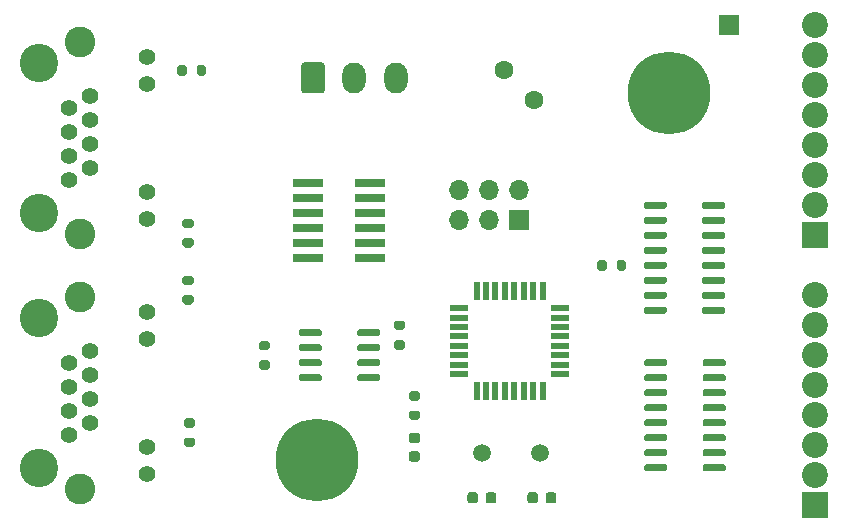
<source format=gts>
G04 #@! TF.GenerationSoftware,KiCad,Pcbnew,(5.1.9)-1*
G04 #@! TF.CreationDate,2021-06-09T23:14:14+02:00*
G04 #@! TF.ProjectId,decoder,6465636f-6465-4722-9e6b-696361645f70,rev?*
G04 #@! TF.SameCoordinates,Original*
G04 #@! TF.FileFunction,Soldermask,Top*
G04 #@! TF.FilePolarity,Negative*
%FSLAX46Y46*%
G04 Gerber Fmt 4.6, Leading zero omitted, Abs format (unit mm)*
G04 Created by KiCad (PCBNEW (5.1.9)-1) date 2021-06-09 23:14:14*
%MOMM*%
%LPD*%
G01*
G04 APERTURE LIST*
%ADD10R,1.700000X1.700000*%
%ADD11C,2.200000*%
%ADD12R,2.200000X2.200000*%
%ADD13C,1.400000*%
%ADD14C,2.600000*%
%ADD15C,3.250000*%
%ADD16O,1.700000X1.700000*%
%ADD17C,1.600000*%
%ADD18R,1.600000X0.550000*%
%ADD19R,0.550000X1.600000*%
%ADD20R,2.650000X0.760000*%
%ADD21O,2.000000X2.600000*%
%ADD22C,0.800000*%
%ADD23C,7.000000*%
%ADD24C,1.500000*%
G04 APERTURE END LIST*
D10*
X159385000Y-70485000D03*
D11*
X166624000Y-70485000D03*
X166624000Y-73025000D03*
X166624000Y-75565000D03*
X166624000Y-78105000D03*
X166624000Y-80645000D03*
X166624000Y-83185000D03*
X166624000Y-85725000D03*
D12*
X166624000Y-88265000D03*
D11*
X166624000Y-93345000D03*
X166624000Y-95885000D03*
X166624000Y-98425000D03*
X166624000Y-100965000D03*
X166624000Y-103505000D03*
X166624000Y-106045000D03*
X166624000Y-108585000D03*
D12*
X166624000Y-111125000D03*
G36*
G01*
X154075000Y-94465000D02*
X154075000Y-94765000D01*
G75*
G02*
X153925000Y-94915000I-150000J0D01*
G01*
X152275000Y-94915000D01*
G75*
G02*
X152125000Y-94765000I0J150000D01*
G01*
X152125000Y-94465000D01*
G75*
G02*
X152275000Y-94315000I150000J0D01*
G01*
X153925000Y-94315000D01*
G75*
G02*
X154075000Y-94465000I0J-150000D01*
G01*
G37*
G36*
G01*
X154075000Y-93195000D02*
X154075000Y-93495000D01*
G75*
G02*
X153925000Y-93645000I-150000J0D01*
G01*
X152275000Y-93645000D01*
G75*
G02*
X152125000Y-93495000I0J150000D01*
G01*
X152125000Y-93195000D01*
G75*
G02*
X152275000Y-93045000I150000J0D01*
G01*
X153925000Y-93045000D01*
G75*
G02*
X154075000Y-93195000I0J-150000D01*
G01*
G37*
G36*
G01*
X154075000Y-91925000D02*
X154075000Y-92225000D01*
G75*
G02*
X153925000Y-92375000I-150000J0D01*
G01*
X152275000Y-92375000D01*
G75*
G02*
X152125000Y-92225000I0J150000D01*
G01*
X152125000Y-91925000D01*
G75*
G02*
X152275000Y-91775000I150000J0D01*
G01*
X153925000Y-91775000D01*
G75*
G02*
X154075000Y-91925000I0J-150000D01*
G01*
G37*
G36*
G01*
X154075000Y-90655000D02*
X154075000Y-90955000D01*
G75*
G02*
X153925000Y-91105000I-150000J0D01*
G01*
X152275000Y-91105000D01*
G75*
G02*
X152125000Y-90955000I0J150000D01*
G01*
X152125000Y-90655000D01*
G75*
G02*
X152275000Y-90505000I150000J0D01*
G01*
X153925000Y-90505000D01*
G75*
G02*
X154075000Y-90655000I0J-150000D01*
G01*
G37*
G36*
G01*
X154075000Y-89385000D02*
X154075000Y-89685000D01*
G75*
G02*
X153925000Y-89835000I-150000J0D01*
G01*
X152275000Y-89835000D01*
G75*
G02*
X152125000Y-89685000I0J150000D01*
G01*
X152125000Y-89385000D01*
G75*
G02*
X152275000Y-89235000I150000J0D01*
G01*
X153925000Y-89235000D01*
G75*
G02*
X154075000Y-89385000I0J-150000D01*
G01*
G37*
G36*
G01*
X154075000Y-88115000D02*
X154075000Y-88415000D01*
G75*
G02*
X153925000Y-88565000I-150000J0D01*
G01*
X152275000Y-88565000D01*
G75*
G02*
X152125000Y-88415000I0J150000D01*
G01*
X152125000Y-88115000D01*
G75*
G02*
X152275000Y-87965000I150000J0D01*
G01*
X153925000Y-87965000D01*
G75*
G02*
X154075000Y-88115000I0J-150000D01*
G01*
G37*
G36*
G01*
X154075000Y-86845000D02*
X154075000Y-87145000D01*
G75*
G02*
X153925000Y-87295000I-150000J0D01*
G01*
X152275000Y-87295000D01*
G75*
G02*
X152125000Y-87145000I0J150000D01*
G01*
X152125000Y-86845000D01*
G75*
G02*
X152275000Y-86695000I150000J0D01*
G01*
X153925000Y-86695000D01*
G75*
G02*
X154075000Y-86845000I0J-150000D01*
G01*
G37*
G36*
G01*
X154075000Y-85575000D02*
X154075000Y-85875000D01*
G75*
G02*
X153925000Y-86025000I-150000J0D01*
G01*
X152275000Y-86025000D01*
G75*
G02*
X152125000Y-85875000I0J150000D01*
G01*
X152125000Y-85575000D01*
G75*
G02*
X152275000Y-85425000I150000J0D01*
G01*
X153925000Y-85425000D01*
G75*
G02*
X154075000Y-85575000I0J-150000D01*
G01*
G37*
G36*
G01*
X159025000Y-85575000D02*
X159025000Y-85875000D01*
G75*
G02*
X158875000Y-86025000I-150000J0D01*
G01*
X157225000Y-86025000D01*
G75*
G02*
X157075000Y-85875000I0J150000D01*
G01*
X157075000Y-85575000D01*
G75*
G02*
X157225000Y-85425000I150000J0D01*
G01*
X158875000Y-85425000D01*
G75*
G02*
X159025000Y-85575000I0J-150000D01*
G01*
G37*
G36*
G01*
X159025000Y-86845000D02*
X159025000Y-87145000D01*
G75*
G02*
X158875000Y-87295000I-150000J0D01*
G01*
X157225000Y-87295000D01*
G75*
G02*
X157075000Y-87145000I0J150000D01*
G01*
X157075000Y-86845000D01*
G75*
G02*
X157225000Y-86695000I150000J0D01*
G01*
X158875000Y-86695000D01*
G75*
G02*
X159025000Y-86845000I0J-150000D01*
G01*
G37*
G36*
G01*
X159025000Y-88115000D02*
X159025000Y-88415000D01*
G75*
G02*
X158875000Y-88565000I-150000J0D01*
G01*
X157225000Y-88565000D01*
G75*
G02*
X157075000Y-88415000I0J150000D01*
G01*
X157075000Y-88115000D01*
G75*
G02*
X157225000Y-87965000I150000J0D01*
G01*
X158875000Y-87965000D01*
G75*
G02*
X159025000Y-88115000I0J-150000D01*
G01*
G37*
G36*
G01*
X159025000Y-89385000D02*
X159025000Y-89685000D01*
G75*
G02*
X158875000Y-89835000I-150000J0D01*
G01*
X157225000Y-89835000D01*
G75*
G02*
X157075000Y-89685000I0J150000D01*
G01*
X157075000Y-89385000D01*
G75*
G02*
X157225000Y-89235000I150000J0D01*
G01*
X158875000Y-89235000D01*
G75*
G02*
X159025000Y-89385000I0J-150000D01*
G01*
G37*
G36*
G01*
X159025000Y-90655000D02*
X159025000Y-90955000D01*
G75*
G02*
X158875000Y-91105000I-150000J0D01*
G01*
X157225000Y-91105000D01*
G75*
G02*
X157075000Y-90955000I0J150000D01*
G01*
X157075000Y-90655000D01*
G75*
G02*
X157225000Y-90505000I150000J0D01*
G01*
X158875000Y-90505000D01*
G75*
G02*
X159025000Y-90655000I0J-150000D01*
G01*
G37*
G36*
G01*
X159025000Y-91925000D02*
X159025000Y-92225000D01*
G75*
G02*
X158875000Y-92375000I-150000J0D01*
G01*
X157225000Y-92375000D01*
G75*
G02*
X157075000Y-92225000I0J150000D01*
G01*
X157075000Y-91925000D01*
G75*
G02*
X157225000Y-91775000I150000J0D01*
G01*
X158875000Y-91775000D01*
G75*
G02*
X159025000Y-91925000I0J-150000D01*
G01*
G37*
G36*
G01*
X159025000Y-93195000D02*
X159025000Y-93495000D01*
G75*
G02*
X158875000Y-93645000I-150000J0D01*
G01*
X157225000Y-93645000D01*
G75*
G02*
X157075000Y-93495000I0J150000D01*
G01*
X157075000Y-93195000D01*
G75*
G02*
X157225000Y-93045000I150000J0D01*
G01*
X158875000Y-93045000D01*
G75*
G02*
X159025000Y-93195000I0J-150000D01*
G01*
G37*
G36*
G01*
X159025000Y-94465000D02*
X159025000Y-94765000D01*
G75*
G02*
X158875000Y-94915000I-150000J0D01*
G01*
X157225000Y-94915000D01*
G75*
G02*
X157075000Y-94765000I0J150000D01*
G01*
X157075000Y-94465000D01*
G75*
G02*
X157225000Y-94315000I150000J0D01*
G01*
X158875000Y-94315000D01*
G75*
G02*
X159025000Y-94465000I0J-150000D01*
G01*
G37*
G36*
G01*
X124865000Y-100180000D02*
X124865000Y-100480000D01*
G75*
G02*
X124715000Y-100630000I-150000J0D01*
G01*
X123065000Y-100630000D01*
G75*
G02*
X122915000Y-100480000I0J150000D01*
G01*
X122915000Y-100180000D01*
G75*
G02*
X123065000Y-100030000I150000J0D01*
G01*
X124715000Y-100030000D01*
G75*
G02*
X124865000Y-100180000I0J-150000D01*
G01*
G37*
G36*
G01*
X124865000Y-98910000D02*
X124865000Y-99210000D01*
G75*
G02*
X124715000Y-99360000I-150000J0D01*
G01*
X123065000Y-99360000D01*
G75*
G02*
X122915000Y-99210000I0J150000D01*
G01*
X122915000Y-98910000D01*
G75*
G02*
X123065000Y-98760000I150000J0D01*
G01*
X124715000Y-98760000D01*
G75*
G02*
X124865000Y-98910000I0J-150000D01*
G01*
G37*
G36*
G01*
X124865000Y-97640000D02*
X124865000Y-97940000D01*
G75*
G02*
X124715000Y-98090000I-150000J0D01*
G01*
X123065000Y-98090000D01*
G75*
G02*
X122915000Y-97940000I0J150000D01*
G01*
X122915000Y-97640000D01*
G75*
G02*
X123065000Y-97490000I150000J0D01*
G01*
X124715000Y-97490000D01*
G75*
G02*
X124865000Y-97640000I0J-150000D01*
G01*
G37*
G36*
G01*
X124865000Y-96370000D02*
X124865000Y-96670000D01*
G75*
G02*
X124715000Y-96820000I-150000J0D01*
G01*
X123065000Y-96820000D01*
G75*
G02*
X122915000Y-96670000I0J150000D01*
G01*
X122915000Y-96370000D01*
G75*
G02*
X123065000Y-96220000I150000J0D01*
G01*
X124715000Y-96220000D01*
G75*
G02*
X124865000Y-96370000I0J-150000D01*
G01*
G37*
G36*
G01*
X129815000Y-96370000D02*
X129815000Y-96670000D01*
G75*
G02*
X129665000Y-96820000I-150000J0D01*
G01*
X128015000Y-96820000D01*
G75*
G02*
X127865000Y-96670000I0J150000D01*
G01*
X127865000Y-96370000D01*
G75*
G02*
X128015000Y-96220000I150000J0D01*
G01*
X129665000Y-96220000D01*
G75*
G02*
X129815000Y-96370000I0J-150000D01*
G01*
G37*
G36*
G01*
X129815000Y-97640000D02*
X129815000Y-97940000D01*
G75*
G02*
X129665000Y-98090000I-150000J0D01*
G01*
X128015000Y-98090000D01*
G75*
G02*
X127865000Y-97940000I0J150000D01*
G01*
X127865000Y-97640000D01*
G75*
G02*
X128015000Y-97490000I150000J0D01*
G01*
X129665000Y-97490000D01*
G75*
G02*
X129815000Y-97640000I0J-150000D01*
G01*
G37*
G36*
G01*
X129815000Y-98910000D02*
X129815000Y-99210000D01*
G75*
G02*
X129665000Y-99360000I-150000J0D01*
G01*
X128015000Y-99360000D01*
G75*
G02*
X127865000Y-99210000I0J150000D01*
G01*
X127865000Y-98910000D01*
G75*
G02*
X128015000Y-98760000I150000J0D01*
G01*
X129665000Y-98760000D01*
G75*
G02*
X129815000Y-98910000I0J-150000D01*
G01*
G37*
G36*
G01*
X129815000Y-100180000D02*
X129815000Y-100480000D01*
G75*
G02*
X129665000Y-100630000I-150000J0D01*
G01*
X128015000Y-100630000D01*
G75*
G02*
X127865000Y-100480000I0J150000D01*
G01*
X127865000Y-100180000D01*
G75*
G02*
X128015000Y-100030000I150000J0D01*
G01*
X129665000Y-100030000D01*
G75*
G02*
X129815000Y-100180000I0J-150000D01*
G01*
G37*
G36*
G01*
X154110000Y-107800000D02*
X154110000Y-108100000D01*
G75*
G02*
X153960000Y-108250000I-150000J0D01*
G01*
X152310000Y-108250000D01*
G75*
G02*
X152160000Y-108100000I0J150000D01*
G01*
X152160000Y-107800000D01*
G75*
G02*
X152310000Y-107650000I150000J0D01*
G01*
X153960000Y-107650000D01*
G75*
G02*
X154110000Y-107800000I0J-150000D01*
G01*
G37*
G36*
G01*
X154110000Y-106530000D02*
X154110000Y-106830000D01*
G75*
G02*
X153960000Y-106980000I-150000J0D01*
G01*
X152310000Y-106980000D01*
G75*
G02*
X152160000Y-106830000I0J150000D01*
G01*
X152160000Y-106530000D01*
G75*
G02*
X152310000Y-106380000I150000J0D01*
G01*
X153960000Y-106380000D01*
G75*
G02*
X154110000Y-106530000I0J-150000D01*
G01*
G37*
G36*
G01*
X154110000Y-105260000D02*
X154110000Y-105560000D01*
G75*
G02*
X153960000Y-105710000I-150000J0D01*
G01*
X152310000Y-105710000D01*
G75*
G02*
X152160000Y-105560000I0J150000D01*
G01*
X152160000Y-105260000D01*
G75*
G02*
X152310000Y-105110000I150000J0D01*
G01*
X153960000Y-105110000D01*
G75*
G02*
X154110000Y-105260000I0J-150000D01*
G01*
G37*
G36*
G01*
X154110000Y-103990000D02*
X154110000Y-104290000D01*
G75*
G02*
X153960000Y-104440000I-150000J0D01*
G01*
X152310000Y-104440000D01*
G75*
G02*
X152160000Y-104290000I0J150000D01*
G01*
X152160000Y-103990000D01*
G75*
G02*
X152310000Y-103840000I150000J0D01*
G01*
X153960000Y-103840000D01*
G75*
G02*
X154110000Y-103990000I0J-150000D01*
G01*
G37*
G36*
G01*
X154110000Y-102720000D02*
X154110000Y-103020000D01*
G75*
G02*
X153960000Y-103170000I-150000J0D01*
G01*
X152310000Y-103170000D01*
G75*
G02*
X152160000Y-103020000I0J150000D01*
G01*
X152160000Y-102720000D01*
G75*
G02*
X152310000Y-102570000I150000J0D01*
G01*
X153960000Y-102570000D01*
G75*
G02*
X154110000Y-102720000I0J-150000D01*
G01*
G37*
G36*
G01*
X154110000Y-101450000D02*
X154110000Y-101750000D01*
G75*
G02*
X153960000Y-101900000I-150000J0D01*
G01*
X152310000Y-101900000D01*
G75*
G02*
X152160000Y-101750000I0J150000D01*
G01*
X152160000Y-101450000D01*
G75*
G02*
X152310000Y-101300000I150000J0D01*
G01*
X153960000Y-101300000D01*
G75*
G02*
X154110000Y-101450000I0J-150000D01*
G01*
G37*
G36*
G01*
X154110000Y-100180000D02*
X154110000Y-100480000D01*
G75*
G02*
X153960000Y-100630000I-150000J0D01*
G01*
X152310000Y-100630000D01*
G75*
G02*
X152160000Y-100480000I0J150000D01*
G01*
X152160000Y-100180000D01*
G75*
G02*
X152310000Y-100030000I150000J0D01*
G01*
X153960000Y-100030000D01*
G75*
G02*
X154110000Y-100180000I0J-150000D01*
G01*
G37*
G36*
G01*
X154110000Y-98910000D02*
X154110000Y-99210000D01*
G75*
G02*
X153960000Y-99360000I-150000J0D01*
G01*
X152310000Y-99360000D01*
G75*
G02*
X152160000Y-99210000I0J150000D01*
G01*
X152160000Y-98910000D01*
G75*
G02*
X152310000Y-98760000I150000J0D01*
G01*
X153960000Y-98760000D01*
G75*
G02*
X154110000Y-98910000I0J-150000D01*
G01*
G37*
G36*
G01*
X159060000Y-98910000D02*
X159060000Y-99210000D01*
G75*
G02*
X158910000Y-99360000I-150000J0D01*
G01*
X157260000Y-99360000D01*
G75*
G02*
X157110000Y-99210000I0J150000D01*
G01*
X157110000Y-98910000D01*
G75*
G02*
X157260000Y-98760000I150000J0D01*
G01*
X158910000Y-98760000D01*
G75*
G02*
X159060000Y-98910000I0J-150000D01*
G01*
G37*
G36*
G01*
X159060000Y-100180000D02*
X159060000Y-100480000D01*
G75*
G02*
X158910000Y-100630000I-150000J0D01*
G01*
X157260000Y-100630000D01*
G75*
G02*
X157110000Y-100480000I0J150000D01*
G01*
X157110000Y-100180000D01*
G75*
G02*
X157260000Y-100030000I150000J0D01*
G01*
X158910000Y-100030000D01*
G75*
G02*
X159060000Y-100180000I0J-150000D01*
G01*
G37*
G36*
G01*
X159060000Y-101450000D02*
X159060000Y-101750000D01*
G75*
G02*
X158910000Y-101900000I-150000J0D01*
G01*
X157260000Y-101900000D01*
G75*
G02*
X157110000Y-101750000I0J150000D01*
G01*
X157110000Y-101450000D01*
G75*
G02*
X157260000Y-101300000I150000J0D01*
G01*
X158910000Y-101300000D01*
G75*
G02*
X159060000Y-101450000I0J-150000D01*
G01*
G37*
G36*
G01*
X159060000Y-102720000D02*
X159060000Y-103020000D01*
G75*
G02*
X158910000Y-103170000I-150000J0D01*
G01*
X157260000Y-103170000D01*
G75*
G02*
X157110000Y-103020000I0J150000D01*
G01*
X157110000Y-102720000D01*
G75*
G02*
X157260000Y-102570000I150000J0D01*
G01*
X158910000Y-102570000D01*
G75*
G02*
X159060000Y-102720000I0J-150000D01*
G01*
G37*
G36*
G01*
X159060000Y-103990000D02*
X159060000Y-104290000D01*
G75*
G02*
X158910000Y-104440000I-150000J0D01*
G01*
X157260000Y-104440000D01*
G75*
G02*
X157110000Y-104290000I0J150000D01*
G01*
X157110000Y-103990000D01*
G75*
G02*
X157260000Y-103840000I150000J0D01*
G01*
X158910000Y-103840000D01*
G75*
G02*
X159060000Y-103990000I0J-150000D01*
G01*
G37*
G36*
G01*
X159060000Y-105260000D02*
X159060000Y-105560000D01*
G75*
G02*
X158910000Y-105710000I-150000J0D01*
G01*
X157260000Y-105710000D01*
G75*
G02*
X157110000Y-105560000I0J150000D01*
G01*
X157110000Y-105260000D01*
G75*
G02*
X157260000Y-105110000I150000J0D01*
G01*
X158910000Y-105110000D01*
G75*
G02*
X159060000Y-105260000I0J-150000D01*
G01*
G37*
G36*
G01*
X159060000Y-106530000D02*
X159060000Y-106830000D01*
G75*
G02*
X158910000Y-106980000I-150000J0D01*
G01*
X157260000Y-106980000D01*
G75*
G02*
X157110000Y-106830000I0J150000D01*
G01*
X157110000Y-106530000D01*
G75*
G02*
X157260000Y-106380000I150000J0D01*
G01*
X158910000Y-106380000D01*
G75*
G02*
X159060000Y-106530000I0J-150000D01*
G01*
G37*
G36*
G01*
X159060000Y-107800000D02*
X159060000Y-108100000D01*
G75*
G02*
X158910000Y-108250000I-150000J0D01*
G01*
X157260000Y-108250000D01*
G75*
G02*
X157110000Y-108100000I0J150000D01*
G01*
X157110000Y-107800000D01*
G75*
G02*
X157260000Y-107650000I150000J0D01*
G01*
X158910000Y-107650000D01*
G75*
G02*
X159060000Y-107800000I0J-150000D01*
G01*
G37*
G36*
G01*
X113813000Y-87649000D02*
X113263000Y-87649000D01*
G75*
G02*
X113063000Y-87449000I0J200000D01*
G01*
X113063000Y-87049000D01*
G75*
G02*
X113263000Y-86849000I200000J0D01*
G01*
X113813000Y-86849000D01*
G75*
G02*
X114013000Y-87049000I0J-200000D01*
G01*
X114013000Y-87449000D01*
G75*
G02*
X113813000Y-87649000I-200000J0D01*
G01*
G37*
G36*
G01*
X113813000Y-89299000D02*
X113263000Y-89299000D01*
G75*
G02*
X113063000Y-89099000I0J200000D01*
G01*
X113063000Y-88699000D01*
G75*
G02*
X113263000Y-88499000I200000J0D01*
G01*
X113813000Y-88499000D01*
G75*
G02*
X114013000Y-88699000I0J-200000D01*
G01*
X114013000Y-89099000D01*
G75*
G02*
X113813000Y-89299000I-200000J0D01*
G01*
G37*
G36*
G01*
X113430000Y-74020000D02*
X113430000Y-74570000D01*
G75*
G02*
X113230000Y-74770000I-200000J0D01*
G01*
X112830000Y-74770000D01*
G75*
G02*
X112630000Y-74570000I0J200000D01*
G01*
X112630000Y-74020000D01*
G75*
G02*
X112830000Y-73820000I200000J0D01*
G01*
X113230000Y-73820000D01*
G75*
G02*
X113430000Y-74020000I0J-200000D01*
G01*
G37*
G36*
G01*
X115080000Y-74020000D02*
X115080000Y-74570000D01*
G75*
G02*
X114880000Y-74770000I-200000J0D01*
G01*
X114480000Y-74770000D01*
G75*
G02*
X114280000Y-74570000I0J200000D01*
G01*
X114280000Y-74020000D01*
G75*
G02*
X114480000Y-73820000I200000J0D01*
G01*
X114880000Y-73820000D01*
G75*
G02*
X115080000Y-74020000I0J-200000D01*
G01*
G37*
G36*
G01*
X113390000Y-105390000D02*
X113940000Y-105390000D01*
G75*
G02*
X114140000Y-105590000I0J-200000D01*
G01*
X114140000Y-105990000D01*
G75*
G02*
X113940000Y-106190000I-200000J0D01*
G01*
X113390000Y-106190000D01*
G75*
G02*
X113190000Y-105990000I0J200000D01*
G01*
X113190000Y-105590000D01*
G75*
G02*
X113390000Y-105390000I200000J0D01*
G01*
G37*
G36*
G01*
X113390000Y-103740000D02*
X113940000Y-103740000D01*
G75*
G02*
X114140000Y-103940000I0J-200000D01*
G01*
X114140000Y-104340000D01*
G75*
G02*
X113940000Y-104540000I-200000J0D01*
G01*
X113390000Y-104540000D01*
G75*
G02*
X113190000Y-104340000I0J200000D01*
G01*
X113190000Y-103940000D01*
G75*
G02*
X113390000Y-103740000I200000J0D01*
G01*
G37*
G36*
G01*
X113263000Y-93325000D02*
X113813000Y-93325000D01*
G75*
G02*
X114013000Y-93525000I0J-200000D01*
G01*
X114013000Y-93925000D01*
G75*
G02*
X113813000Y-94125000I-200000J0D01*
G01*
X113263000Y-94125000D01*
G75*
G02*
X113063000Y-93925000I0J200000D01*
G01*
X113063000Y-93525000D01*
G75*
G02*
X113263000Y-93325000I200000J0D01*
G01*
G37*
G36*
G01*
X113263000Y-91675000D02*
X113813000Y-91675000D01*
G75*
G02*
X114013000Y-91875000I0J-200000D01*
G01*
X114013000Y-92275000D01*
G75*
G02*
X113813000Y-92475000I-200000J0D01*
G01*
X113263000Y-92475000D01*
G75*
G02*
X113063000Y-92275000I0J200000D01*
G01*
X113063000Y-91875000D01*
G75*
G02*
X113263000Y-91675000I200000J0D01*
G01*
G37*
D13*
X110105000Y-73150000D03*
X110105000Y-75440000D03*
X110105000Y-84580000D03*
X110105000Y-86870000D03*
X105285000Y-76440000D03*
X103505000Y-77460000D03*
X105285000Y-78480000D03*
X103505000Y-79500000D03*
X105285000Y-80520000D03*
X103505000Y-81540000D03*
X105285000Y-82560000D03*
X103505000Y-83580000D03*
D14*
X104395000Y-88140000D03*
X104395000Y-71880000D03*
D15*
X100965000Y-86360000D03*
X100965000Y-73660000D03*
D13*
X110105000Y-94740000D03*
X110105000Y-97030000D03*
X110105000Y-106170000D03*
X110105000Y-108460000D03*
X105285000Y-98030000D03*
X103505000Y-99050000D03*
X105285000Y-100070000D03*
X103505000Y-101090000D03*
X105285000Y-102110000D03*
X103505000Y-103130000D03*
X105285000Y-104150000D03*
X103505000Y-105170000D03*
D14*
X104395000Y-109730000D03*
X104395000Y-93470000D03*
D15*
X100965000Y-107950000D03*
X100965000Y-95250000D03*
D16*
X136525000Y-84455000D03*
X136525000Y-86995000D03*
X139065000Y-84455000D03*
X139065000Y-86995000D03*
X141605000Y-84455000D03*
D10*
X141605000Y-86995000D03*
D17*
X142809874Y-76769874D03*
X140335000Y-74295000D03*
D18*
X136525000Y-100025000D03*
X136525000Y-99225000D03*
X136525000Y-98425000D03*
X136525000Y-97625000D03*
X136525000Y-96825000D03*
X136525000Y-96025000D03*
X136525000Y-95225000D03*
X136525000Y-94425000D03*
D19*
X137975000Y-92975000D03*
X138775000Y-92975000D03*
X139575000Y-92975000D03*
X140375000Y-92975000D03*
X141175000Y-92975000D03*
X141975000Y-92975000D03*
X142775000Y-92975000D03*
X143575000Y-92975000D03*
D18*
X145025000Y-94425000D03*
X145025000Y-95225000D03*
X145025000Y-96025000D03*
X145025000Y-96825000D03*
X145025000Y-97625000D03*
X145025000Y-98425000D03*
X145025000Y-99225000D03*
X145025000Y-100025000D03*
D19*
X143575000Y-101475000D03*
X142775000Y-101475000D03*
X141975000Y-101475000D03*
X141175000Y-101475000D03*
X140375000Y-101475000D03*
X139575000Y-101475000D03*
X138775000Y-101475000D03*
X137975000Y-101475000D03*
D20*
X128990000Y-83820000D03*
X123740000Y-90170000D03*
X128990000Y-85090000D03*
X123740000Y-88900000D03*
X128990000Y-86360000D03*
X123740000Y-87630000D03*
X128990000Y-87630000D03*
X123740000Y-86360000D03*
X128990000Y-88900000D03*
X123740000Y-85090000D03*
X128990000Y-90170000D03*
X123740000Y-83820000D03*
D21*
X131135000Y-74930000D03*
X127635000Y-74930000D03*
G36*
G01*
X123135000Y-75980000D02*
X123135000Y-73880000D01*
G75*
G02*
X123385000Y-73630000I250000J0D01*
G01*
X124885000Y-73630000D01*
G75*
G02*
X125135000Y-73880000I0J-250000D01*
G01*
X125135000Y-75980000D01*
G75*
G02*
X124885000Y-76230000I-250000J0D01*
G01*
X123385000Y-76230000D01*
G75*
G02*
X123135000Y-75980000I0J250000D01*
G01*
G37*
D22*
X156161155Y-78056155D03*
X154305000Y-78825000D03*
X152448845Y-78056155D03*
X151680000Y-76200000D03*
X152448845Y-74343845D03*
X154305000Y-73575000D03*
X156161155Y-74343845D03*
X156930000Y-76200000D03*
D23*
X154305000Y-76200000D03*
D22*
X126316155Y-105458845D03*
X124460000Y-104690000D03*
X122603845Y-105458845D03*
X121835000Y-107315000D03*
X122603845Y-109171155D03*
X124460000Y-109940000D03*
X126316155Y-109171155D03*
X127085000Y-107315000D03*
D23*
X124460000Y-107315000D03*
D24*
X143310000Y-106680000D03*
X138430000Y-106680000D03*
G36*
G01*
X132990000Y-102255000D02*
X132440000Y-102255000D01*
G75*
G02*
X132240000Y-102055000I0J200000D01*
G01*
X132240000Y-101655000D01*
G75*
G02*
X132440000Y-101455000I200000J0D01*
G01*
X132990000Y-101455000D01*
G75*
G02*
X133190000Y-101655000I0J-200000D01*
G01*
X133190000Y-102055000D01*
G75*
G02*
X132990000Y-102255000I-200000J0D01*
G01*
G37*
G36*
G01*
X132990000Y-103905000D02*
X132440000Y-103905000D01*
G75*
G02*
X132240000Y-103705000I0J200000D01*
G01*
X132240000Y-103305000D01*
G75*
G02*
X132440000Y-103105000I200000J0D01*
G01*
X132990000Y-103105000D01*
G75*
G02*
X133190000Y-103305000I0J-200000D01*
G01*
X133190000Y-103705000D01*
G75*
G02*
X132990000Y-103905000I-200000J0D01*
G01*
G37*
G36*
G01*
X132971250Y-105847500D02*
X132458750Y-105847500D01*
G75*
G02*
X132240000Y-105628750I0J218750D01*
G01*
X132240000Y-105191250D01*
G75*
G02*
X132458750Y-104972500I218750J0D01*
G01*
X132971250Y-104972500D01*
G75*
G02*
X133190000Y-105191250I0J-218750D01*
G01*
X133190000Y-105628750D01*
G75*
G02*
X132971250Y-105847500I-218750J0D01*
G01*
G37*
G36*
G01*
X132971250Y-107422500D02*
X132458750Y-107422500D01*
G75*
G02*
X132240000Y-107203750I0J218750D01*
G01*
X132240000Y-106766250D01*
G75*
G02*
X132458750Y-106547500I218750J0D01*
G01*
X132971250Y-106547500D01*
G75*
G02*
X133190000Y-106766250I0J-218750D01*
G01*
X133190000Y-107203750D01*
G75*
G02*
X132971250Y-107422500I-218750J0D01*
G01*
G37*
G36*
G01*
X131720000Y-96285000D02*
X131170000Y-96285000D01*
G75*
G02*
X130970000Y-96085000I0J200000D01*
G01*
X130970000Y-95685000D01*
G75*
G02*
X131170000Y-95485000I200000J0D01*
G01*
X131720000Y-95485000D01*
G75*
G02*
X131920000Y-95685000I0J-200000D01*
G01*
X131920000Y-96085000D01*
G75*
G02*
X131720000Y-96285000I-200000J0D01*
G01*
G37*
G36*
G01*
X131720000Y-97935000D02*
X131170000Y-97935000D01*
G75*
G02*
X130970000Y-97735000I0J200000D01*
G01*
X130970000Y-97335000D01*
G75*
G02*
X131170000Y-97135000I200000J0D01*
G01*
X131720000Y-97135000D01*
G75*
G02*
X131920000Y-97335000I0J-200000D01*
G01*
X131920000Y-97735000D01*
G75*
G02*
X131720000Y-97935000I-200000J0D01*
G01*
G37*
G36*
G01*
X120290000Y-98000000D02*
X119740000Y-98000000D01*
G75*
G02*
X119540000Y-97800000I0J200000D01*
G01*
X119540000Y-97400000D01*
G75*
G02*
X119740000Y-97200000I200000J0D01*
G01*
X120290000Y-97200000D01*
G75*
G02*
X120490000Y-97400000I0J-200000D01*
G01*
X120490000Y-97800000D01*
G75*
G02*
X120290000Y-98000000I-200000J0D01*
G01*
G37*
G36*
G01*
X120290000Y-99650000D02*
X119740000Y-99650000D01*
G75*
G02*
X119540000Y-99450000I0J200000D01*
G01*
X119540000Y-99050000D01*
G75*
G02*
X119740000Y-98850000I200000J0D01*
G01*
X120290000Y-98850000D01*
G75*
G02*
X120490000Y-99050000I0J-200000D01*
G01*
X120490000Y-99450000D01*
G75*
G02*
X120290000Y-99650000I-200000J0D01*
G01*
G37*
G36*
G01*
X149840000Y-91080000D02*
X149840000Y-90530000D01*
G75*
G02*
X150040000Y-90330000I200000J0D01*
G01*
X150440000Y-90330000D01*
G75*
G02*
X150640000Y-90530000I0J-200000D01*
G01*
X150640000Y-91080000D01*
G75*
G02*
X150440000Y-91280000I-200000J0D01*
G01*
X150040000Y-91280000D01*
G75*
G02*
X149840000Y-91080000I0J200000D01*
G01*
G37*
G36*
G01*
X148190000Y-91080000D02*
X148190000Y-90530000D01*
G75*
G02*
X148390000Y-90330000I200000J0D01*
G01*
X148790000Y-90330000D01*
G75*
G02*
X148990000Y-90530000I0J-200000D01*
G01*
X148990000Y-91080000D01*
G75*
G02*
X148790000Y-91280000I-200000J0D01*
G01*
X148390000Y-91280000D01*
G75*
G02*
X148190000Y-91080000I0J200000D01*
G01*
G37*
G36*
G01*
X143835000Y-110740000D02*
X143835000Y-110240000D01*
G75*
G02*
X144060000Y-110015000I225000J0D01*
G01*
X144510000Y-110015000D01*
G75*
G02*
X144735000Y-110240000I0J-225000D01*
G01*
X144735000Y-110740000D01*
G75*
G02*
X144510000Y-110965000I-225000J0D01*
G01*
X144060000Y-110965000D01*
G75*
G02*
X143835000Y-110740000I0J225000D01*
G01*
G37*
G36*
G01*
X142285000Y-110740000D02*
X142285000Y-110240000D01*
G75*
G02*
X142510000Y-110015000I225000J0D01*
G01*
X142960000Y-110015000D01*
G75*
G02*
X143185000Y-110240000I0J-225000D01*
G01*
X143185000Y-110740000D01*
G75*
G02*
X142960000Y-110965000I-225000J0D01*
G01*
X142510000Y-110965000D01*
G75*
G02*
X142285000Y-110740000I0J225000D01*
G01*
G37*
G36*
G01*
X138755000Y-110740000D02*
X138755000Y-110240000D01*
G75*
G02*
X138980000Y-110015000I225000J0D01*
G01*
X139430000Y-110015000D01*
G75*
G02*
X139655000Y-110240000I0J-225000D01*
G01*
X139655000Y-110740000D01*
G75*
G02*
X139430000Y-110965000I-225000J0D01*
G01*
X138980000Y-110965000D01*
G75*
G02*
X138755000Y-110740000I0J225000D01*
G01*
G37*
G36*
G01*
X137205000Y-110740000D02*
X137205000Y-110240000D01*
G75*
G02*
X137430000Y-110015000I225000J0D01*
G01*
X137880000Y-110015000D01*
G75*
G02*
X138105000Y-110240000I0J-225000D01*
G01*
X138105000Y-110740000D01*
G75*
G02*
X137880000Y-110965000I-225000J0D01*
G01*
X137430000Y-110965000D01*
G75*
G02*
X137205000Y-110740000I0J225000D01*
G01*
G37*
M02*

</source>
